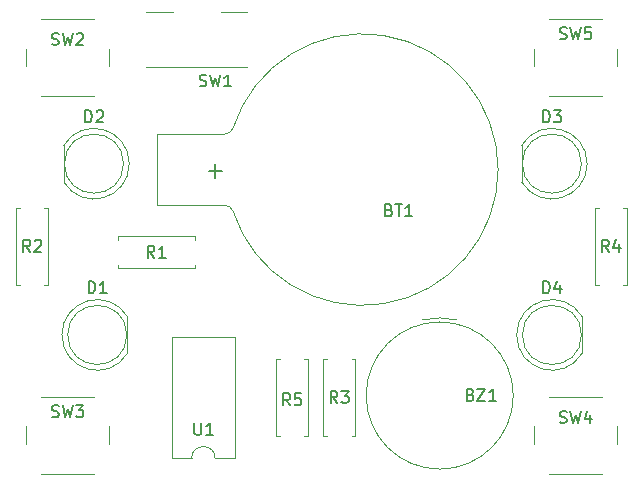
<source format=gto>
G04 #@! TF.GenerationSoftware,KiCad,Pcbnew,8.0.2*
G04 #@! TF.CreationDate,2024-05-03T14:22:56+02:00*
G04 #@! TF.ProjectId,Simon elab V2,53696d6f-6e20-4656-9c61-622056322e6b,rev?*
G04 #@! TF.SameCoordinates,Original*
G04 #@! TF.FileFunction,Legend,Top*
G04 #@! TF.FilePolarity,Positive*
%FSLAX46Y46*%
G04 Gerber Fmt 4.6, Leading zero omitted, Abs format (unit mm)*
G04 Created by KiCad (PCBNEW 8.0.2) date 2024-05-03 14:22:56*
%MOMM*%
%LPD*%
G01*
G04 APERTURE LIST*
%ADD10C,0.150000*%
%ADD11C,0.120000*%
%ADD12C,2.000000*%
%ADD13C,1.600000*%
%ADD14O,1.600000X1.600000*%
%ADD15R,1.600000X1.600000*%
%ADD16R,1.800000X1.800000*%
%ADD17C,1.800000*%
%ADD18R,3.000000X3.000000*%
%ADD19C,3.000000*%
%ADD20O,2.200000X3.500000*%
%ADD21R,1.500000X2.500000*%
%ADD22O,1.500000X2.500000*%
%ADD23R,2.000000X2.000000*%
G04 APERTURE END LIST*
D10*
X146666667Y-134907200D02*
X146809524Y-134954819D01*
X146809524Y-134954819D02*
X147047619Y-134954819D01*
X147047619Y-134954819D02*
X147142857Y-134907200D01*
X147142857Y-134907200D02*
X147190476Y-134859580D01*
X147190476Y-134859580D02*
X147238095Y-134764342D01*
X147238095Y-134764342D02*
X147238095Y-134669104D01*
X147238095Y-134669104D02*
X147190476Y-134573866D01*
X147190476Y-134573866D02*
X147142857Y-134526247D01*
X147142857Y-134526247D02*
X147047619Y-134478628D01*
X147047619Y-134478628D02*
X146857143Y-134431009D01*
X146857143Y-134431009D02*
X146761905Y-134383390D01*
X146761905Y-134383390D02*
X146714286Y-134335771D01*
X146714286Y-134335771D02*
X146666667Y-134240533D01*
X146666667Y-134240533D02*
X146666667Y-134145295D01*
X146666667Y-134145295D02*
X146714286Y-134050057D01*
X146714286Y-134050057D02*
X146761905Y-134002438D01*
X146761905Y-134002438D02*
X146857143Y-133954819D01*
X146857143Y-133954819D02*
X147095238Y-133954819D01*
X147095238Y-133954819D02*
X147238095Y-134002438D01*
X147571429Y-133954819D02*
X147809524Y-134954819D01*
X147809524Y-134954819D02*
X148000000Y-134240533D01*
X148000000Y-134240533D02*
X148190476Y-134954819D01*
X148190476Y-134954819D02*
X148428572Y-133954819D01*
X149238095Y-134288152D02*
X149238095Y-134954819D01*
X149000000Y-133907200D02*
X148761905Y-134621485D01*
X148761905Y-134621485D02*
X149380952Y-134621485D01*
X112333333Y-120954819D02*
X112000000Y-120478628D01*
X111761905Y-120954819D02*
X111761905Y-119954819D01*
X111761905Y-119954819D02*
X112142857Y-119954819D01*
X112142857Y-119954819D02*
X112238095Y-120002438D01*
X112238095Y-120002438D02*
X112285714Y-120050057D01*
X112285714Y-120050057D02*
X112333333Y-120145295D01*
X112333333Y-120145295D02*
X112333333Y-120288152D01*
X112333333Y-120288152D02*
X112285714Y-120383390D01*
X112285714Y-120383390D02*
X112238095Y-120431009D01*
X112238095Y-120431009D02*
X112142857Y-120478628D01*
X112142857Y-120478628D02*
X111761905Y-120478628D01*
X113285714Y-120954819D02*
X112714286Y-120954819D01*
X113000000Y-120954819D02*
X113000000Y-119954819D01*
X113000000Y-119954819D02*
X112904762Y-120097676D01*
X112904762Y-120097676D02*
X112809524Y-120192914D01*
X112809524Y-120192914D02*
X112714286Y-120240533D01*
X115728095Y-134954819D02*
X115728095Y-135764342D01*
X115728095Y-135764342D02*
X115775714Y-135859580D01*
X115775714Y-135859580D02*
X115823333Y-135907200D01*
X115823333Y-135907200D02*
X115918571Y-135954819D01*
X115918571Y-135954819D02*
X116109047Y-135954819D01*
X116109047Y-135954819D02*
X116204285Y-135907200D01*
X116204285Y-135907200D02*
X116251904Y-135859580D01*
X116251904Y-135859580D02*
X116299523Y-135764342D01*
X116299523Y-135764342D02*
X116299523Y-134954819D01*
X117299523Y-135954819D02*
X116728095Y-135954819D01*
X117013809Y-135954819D02*
X117013809Y-134954819D01*
X117013809Y-134954819D02*
X116918571Y-135097676D01*
X116918571Y-135097676D02*
X116823333Y-135192914D01*
X116823333Y-135192914D02*
X116728095Y-135240533D01*
X127833333Y-133264819D02*
X127500000Y-132788628D01*
X127261905Y-133264819D02*
X127261905Y-132264819D01*
X127261905Y-132264819D02*
X127642857Y-132264819D01*
X127642857Y-132264819D02*
X127738095Y-132312438D01*
X127738095Y-132312438D02*
X127785714Y-132360057D01*
X127785714Y-132360057D02*
X127833333Y-132455295D01*
X127833333Y-132455295D02*
X127833333Y-132598152D01*
X127833333Y-132598152D02*
X127785714Y-132693390D01*
X127785714Y-132693390D02*
X127738095Y-132741009D01*
X127738095Y-132741009D02*
X127642857Y-132788628D01*
X127642857Y-132788628D02*
X127261905Y-132788628D01*
X128166667Y-132264819D02*
X128785714Y-132264819D01*
X128785714Y-132264819D02*
X128452381Y-132645771D01*
X128452381Y-132645771D02*
X128595238Y-132645771D01*
X128595238Y-132645771D02*
X128690476Y-132693390D01*
X128690476Y-132693390D02*
X128738095Y-132741009D01*
X128738095Y-132741009D02*
X128785714Y-132836247D01*
X128785714Y-132836247D02*
X128785714Y-133074342D01*
X128785714Y-133074342D02*
X128738095Y-133169580D01*
X128738095Y-133169580D02*
X128690476Y-133217200D01*
X128690476Y-133217200D02*
X128595238Y-133264819D01*
X128595238Y-133264819D02*
X128309524Y-133264819D01*
X128309524Y-133264819D02*
X128214286Y-133217200D01*
X128214286Y-133217200D02*
X128166667Y-133169580D01*
X106766905Y-123954819D02*
X106766905Y-122954819D01*
X106766905Y-122954819D02*
X107005000Y-122954819D01*
X107005000Y-122954819D02*
X107147857Y-123002438D01*
X107147857Y-123002438D02*
X107243095Y-123097676D01*
X107243095Y-123097676D02*
X107290714Y-123192914D01*
X107290714Y-123192914D02*
X107338333Y-123383390D01*
X107338333Y-123383390D02*
X107338333Y-123526247D01*
X107338333Y-123526247D02*
X107290714Y-123716723D01*
X107290714Y-123716723D02*
X107243095Y-123811961D01*
X107243095Y-123811961D02*
X107147857Y-123907200D01*
X107147857Y-123907200D02*
X107005000Y-123954819D01*
X107005000Y-123954819D02*
X106766905Y-123954819D01*
X108290714Y-123954819D02*
X107719286Y-123954819D01*
X108005000Y-123954819D02*
X108005000Y-122954819D01*
X108005000Y-122954819D02*
X107909762Y-123097676D01*
X107909762Y-123097676D02*
X107814524Y-123192914D01*
X107814524Y-123192914D02*
X107719286Y-123240533D01*
X146666667Y-102407200D02*
X146809524Y-102454819D01*
X146809524Y-102454819D02*
X147047619Y-102454819D01*
X147047619Y-102454819D02*
X147142857Y-102407200D01*
X147142857Y-102407200D02*
X147190476Y-102359580D01*
X147190476Y-102359580D02*
X147238095Y-102264342D01*
X147238095Y-102264342D02*
X147238095Y-102169104D01*
X147238095Y-102169104D02*
X147190476Y-102073866D01*
X147190476Y-102073866D02*
X147142857Y-102026247D01*
X147142857Y-102026247D02*
X147047619Y-101978628D01*
X147047619Y-101978628D02*
X146857143Y-101931009D01*
X146857143Y-101931009D02*
X146761905Y-101883390D01*
X146761905Y-101883390D02*
X146714286Y-101835771D01*
X146714286Y-101835771D02*
X146666667Y-101740533D01*
X146666667Y-101740533D02*
X146666667Y-101645295D01*
X146666667Y-101645295D02*
X146714286Y-101550057D01*
X146714286Y-101550057D02*
X146761905Y-101502438D01*
X146761905Y-101502438D02*
X146857143Y-101454819D01*
X146857143Y-101454819D02*
X147095238Y-101454819D01*
X147095238Y-101454819D02*
X147238095Y-101502438D01*
X147571429Y-101454819D02*
X147809524Y-102454819D01*
X147809524Y-102454819D02*
X148000000Y-101740533D01*
X148000000Y-101740533D02*
X148190476Y-102454819D01*
X148190476Y-102454819D02*
X148428572Y-101454819D01*
X149285714Y-101454819D02*
X148809524Y-101454819D01*
X148809524Y-101454819D02*
X148761905Y-101931009D01*
X148761905Y-101931009D02*
X148809524Y-101883390D01*
X148809524Y-101883390D02*
X148904762Y-101835771D01*
X148904762Y-101835771D02*
X149142857Y-101835771D01*
X149142857Y-101835771D02*
X149238095Y-101883390D01*
X149238095Y-101883390D02*
X149285714Y-101931009D01*
X149285714Y-101931009D02*
X149333333Y-102026247D01*
X149333333Y-102026247D02*
X149333333Y-102264342D01*
X149333333Y-102264342D02*
X149285714Y-102359580D01*
X149285714Y-102359580D02*
X149238095Y-102407200D01*
X149238095Y-102407200D02*
X149142857Y-102454819D01*
X149142857Y-102454819D02*
X148904762Y-102454819D01*
X148904762Y-102454819D02*
X148809524Y-102407200D01*
X148809524Y-102407200D02*
X148761905Y-102359580D01*
X145256905Y-109494819D02*
X145256905Y-108494819D01*
X145256905Y-108494819D02*
X145495000Y-108494819D01*
X145495000Y-108494819D02*
X145637857Y-108542438D01*
X145637857Y-108542438D02*
X145733095Y-108637676D01*
X145733095Y-108637676D02*
X145780714Y-108732914D01*
X145780714Y-108732914D02*
X145828333Y-108923390D01*
X145828333Y-108923390D02*
X145828333Y-109066247D01*
X145828333Y-109066247D02*
X145780714Y-109256723D01*
X145780714Y-109256723D02*
X145733095Y-109351961D01*
X145733095Y-109351961D02*
X145637857Y-109447200D01*
X145637857Y-109447200D02*
X145495000Y-109494819D01*
X145495000Y-109494819D02*
X145256905Y-109494819D01*
X146161667Y-108494819D02*
X146780714Y-108494819D01*
X146780714Y-108494819D02*
X146447381Y-108875771D01*
X146447381Y-108875771D02*
X146590238Y-108875771D01*
X146590238Y-108875771D02*
X146685476Y-108923390D01*
X146685476Y-108923390D02*
X146733095Y-108971009D01*
X146733095Y-108971009D02*
X146780714Y-109066247D01*
X146780714Y-109066247D02*
X146780714Y-109304342D01*
X146780714Y-109304342D02*
X146733095Y-109399580D01*
X146733095Y-109399580D02*
X146685476Y-109447200D01*
X146685476Y-109447200D02*
X146590238Y-109494819D01*
X146590238Y-109494819D02*
X146304524Y-109494819D01*
X146304524Y-109494819D02*
X146209286Y-109447200D01*
X146209286Y-109447200D02*
X146161667Y-109399580D01*
X103666667Y-102907200D02*
X103809524Y-102954819D01*
X103809524Y-102954819D02*
X104047619Y-102954819D01*
X104047619Y-102954819D02*
X104142857Y-102907200D01*
X104142857Y-102907200D02*
X104190476Y-102859580D01*
X104190476Y-102859580D02*
X104238095Y-102764342D01*
X104238095Y-102764342D02*
X104238095Y-102669104D01*
X104238095Y-102669104D02*
X104190476Y-102573866D01*
X104190476Y-102573866D02*
X104142857Y-102526247D01*
X104142857Y-102526247D02*
X104047619Y-102478628D01*
X104047619Y-102478628D02*
X103857143Y-102431009D01*
X103857143Y-102431009D02*
X103761905Y-102383390D01*
X103761905Y-102383390D02*
X103714286Y-102335771D01*
X103714286Y-102335771D02*
X103666667Y-102240533D01*
X103666667Y-102240533D02*
X103666667Y-102145295D01*
X103666667Y-102145295D02*
X103714286Y-102050057D01*
X103714286Y-102050057D02*
X103761905Y-102002438D01*
X103761905Y-102002438D02*
X103857143Y-101954819D01*
X103857143Y-101954819D02*
X104095238Y-101954819D01*
X104095238Y-101954819D02*
X104238095Y-102002438D01*
X104571429Y-101954819D02*
X104809524Y-102954819D01*
X104809524Y-102954819D02*
X105000000Y-102240533D01*
X105000000Y-102240533D02*
X105190476Y-102954819D01*
X105190476Y-102954819D02*
X105428572Y-101954819D01*
X105761905Y-102050057D02*
X105809524Y-102002438D01*
X105809524Y-102002438D02*
X105904762Y-101954819D01*
X105904762Y-101954819D02*
X106142857Y-101954819D01*
X106142857Y-101954819D02*
X106238095Y-102002438D01*
X106238095Y-102002438D02*
X106285714Y-102050057D01*
X106285714Y-102050057D02*
X106333333Y-102145295D01*
X106333333Y-102145295D02*
X106333333Y-102240533D01*
X106333333Y-102240533D02*
X106285714Y-102383390D01*
X106285714Y-102383390D02*
X105714286Y-102954819D01*
X105714286Y-102954819D02*
X106333333Y-102954819D01*
X103666667Y-134407200D02*
X103809524Y-134454819D01*
X103809524Y-134454819D02*
X104047619Y-134454819D01*
X104047619Y-134454819D02*
X104142857Y-134407200D01*
X104142857Y-134407200D02*
X104190476Y-134359580D01*
X104190476Y-134359580D02*
X104238095Y-134264342D01*
X104238095Y-134264342D02*
X104238095Y-134169104D01*
X104238095Y-134169104D02*
X104190476Y-134073866D01*
X104190476Y-134073866D02*
X104142857Y-134026247D01*
X104142857Y-134026247D02*
X104047619Y-133978628D01*
X104047619Y-133978628D02*
X103857143Y-133931009D01*
X103857143Y-133931009D02*
X103761905Y-133883390D01*
X103761905Y-133883390D02*
X103714286Y-133835771D01*
X103714286Y-133835771D02*
X103666667Y-133740533D01*
X103666667Y-133740533D02*
X103666667Y-133645295D01*
X103666667Y-133645295D02*
X103714286Y-133550057D01*
X103714286Y-133550057D02*
X103761905Y-133502438D01*
X103761905Y-133502438D02*
X103857143Y-133454819D01*
X103857143Y-133454819D02*
X104095238Y-133454819D01*
X104095238Y-133454819D02*
X104238095Y-133502438D01*
X104571429Y-133454819D02*
X104809524Y-134454819D01*
X104809524Y-134454819D02*
X105000000Y-133740533D01*
X105000000Y-133740533D02*
X105190476Y-134454819D01*
X105190476Y-134454819D02*
X105428572Y-133454819D01*
X105714286Y-133454819D02*
X106333333Y-133454819D01*
X106333333Y-133454819D02*
X106000000Y-133835771D01*
X106000000Y-133835771D02*
X106142857Y-133835771D01*
X106142857Y-133835771D02*
X106238095Y-133883390D01*
X106238095Y-133883390D02*
X106285714Y-133931009D01*
X106285714Y-133931009D02*
X106333333Y-134026247D01*
X106333333Y-134026247D02*
X106333333Y-134264342D01*
X106333333Y-134264342D02*
X106285714Y-134359580D01*
X106285714Y-134359580D02*
X106238095Y-134407200D01*
X106238095Y-134407200D02*
X106142857Y-134454819D01*
X106142857Y-134454819D02*
X105857143Y-134454819D01*
X105857143Y-134454819D02*
X105761905Y-134407200D01*
X105761905Y-134407200D02*
X105714286Y-134359580D01*
X145261905Y-123954819D02*
X145261905Y-122954819D01*
X145261905Y-122954819D02*
X145500000Y-122954819D01*
X145500000Y-122954819D02*
X145642857Y-123002438D01*
X145642857Y-123002438D02*
X145738095Y-123097676D01*
X145738095Y-123097676D02*
X145785714Y-123192914D01*
X145785714Y-123192914D02*
X145833333Y-123383390D01*
X145833333Y-123383390D02*
X145833333Y-123526247D01*
X145833333Y-123526247D02*
X145785714Y-123716723D01*
X145785714Y-123716723D02*
X145738095Y-123811961D01*
X145738095Y-123811961D02*
X145642857Y-123907200D01*
X145642857Y-123907200D02*
X145500000Y-123954819D01*
X145500000Y-123954819D02*
X145261905Y-123954819D01*
X146690476Y-123288152D02*
X146690476Y-123954819D01*
X146452381Y-122907200D02*
X146214286Y-123621485D01*
X146214286Y-123621485D02*
X146833333Y-123621485D01*
X150833333Y-120454819D02*
X150500000Y-119978628D01*
X150261905Y-120454819D02*
X150261905Y-119454819D01*
X150261905Y-119454819D02*
X150642857Y-119454819D01*
X150642857Y-119454819D02*
X150738095Y-119502438D01*
X150738095Y-119502438D02*
X150785714Y-119550057D01*
X150785714Y-119550057D02*
X150833333Y-119645295D01*
X150833333Y-119645295D02*
X150833333Y-119788152D01*
X150833333Y-119788152D02*
X150785714Y-119883390D01*
X150785714Y-119883390D02*
X150738095Y-119931009D01*
X150738095Y-119931009D02*
X150642857Y-119978628D01*
X150642857Y-119978628D02*
X150261905Y-119978628D01*
X151690476Y-119788152D02*
X151690476Y-120454819D01*
X151452381Y-119407200D02*
X151214286Y-120121485D01*
X151214286Y-120121485D02*
X151833333Y-120121485D01*
X132214285Y-116931009D02*
X132357142Y-116978628D01*
X132357142Y-116978628D02*
X132404761Y-117026247D01*
X132404761Y-117026247D02*
X132452380Y-117121485D01*
X132452380Y-117121485D02*
X132452380Y-117264342D01*
X132452380Y-117264342D02*
X132404761Y-117359580D01*
X132404761Y-117359580D02*
X132357142Y-117407200D01*
X132357142Y-117407200D02*
X132261904Y-117454819D01*
X132261904Y-117454819D02*
X131880952Y-117454819D01*
X131880952Y-117454819D02*
X131880952Y-116454819D01*
X131880952Y-116454819D02*
X132214285Y-116454819D01*
X132214285Y-116454819D02*
X132309523Y-116502438D01*
X132309523Y-116502438D02*
X132357142Y-116550057D01*
X132357142Y-116550057D02*
X132404761Y-116645295D01*
X132404761Y-116645295D02*
X132404761Y-116740533D01*
X132404761Y-116740533D02*
X132357142Y-116835771D01*
X132357142Y-116835771D02*
X132309523Y-116883390D01*
X132309523Y-116883390D02*
X132214285Y-116931009D01*
X132214285Y-116931009D02*
X131880952Y-116931009D01*
X132738095Y-116454819D02*
X133309523Y-116454819D01*
X133023809Y-117454819D02*
X133023809Y-116454819D01*
X134166666Y-117454819D02*
X133595238Y-117454819D01*
X133880952Y-117454819D02*
X133880952Y-116454819D01*
X133880952Y-116454819D02*
X133785714Y-116597676D01*
X133785714Y-116597676D02*
X133690476Y-116692914D01*
X133690476Y-116692914D02*
X133595238Y-116740533D01*
X116928571Y-113614699D02*
X118071429Y-113614699D01*
X117500000Y-114186127D02*
X117500000Y-113043270D01*
X106491905Y-109494819D02*
X106491905Y-108494819D01*
X106491905Y-108494819D02*
X106730000Y-108494819D01*
X106730000Y-108494819D02*
X106872857Y-108542438D01*
X106872857Y-108542438D02*
X106968095Y-108637676D01*
X106968095Y-108637676D02*
X107015714Y-108732914D01*
X107015714Y-108732914D02*
X107063333Y-108923390D01*
X107063333Y-108923390D02*
X107063333Y-109066247D01*
X107063333Y-109066247D02*
X107015714Y-109256723D01*
X107015714Y-109256723D02*
X106968095Y-109351961D01*
X106968095Y-109351961D02*
X106872857Y-109447200D01*
X106872857Y-109447200D02*
X106730000Y-109494819D01*
X106730000Y-109494819D02*
X106491905Y-109494819D01*
X107444286Y-108590057D02*
X107491905Y-108542438D01*
X107491905Y-108542438D02*
X107587143Y-108494819D01*
X107587143Y-108494819D02*
X107825238Y-108494819D01*
X107825238Y-108494819D02*
X107920476Y-108542438D01*
X107920476Y-108542438D02*
X107968095Y-108590057D01*
X107968095Y-108590057D02*
X108015714Y-108685295D01*
X108015714Y-108685295D02*
X108015714Y-108780533D01*
X108015714Y-108780533D02*
X107968095Y-108923390D01*
X107968095Y-108923390D02*
X107396667Y-109494819D01*
X107396667Y-109494819D02*
X108015714Y-109494819D01*
X116166667Y-106407200D02*
X116309524Y-106454819D01*
X116309524Y-106454819D02*
X116547619Y-106454819D01*
X116547619Y-106454819D02*
X116642857Y-106407200D01*
X116642857Y-106407200D02*
X116690476Y-106359580D01*
X116690476Y-106359580D02*
X116738095Y-106264342D01*
X116738095Y-106264342D02*
X116738095Y-106169104D01*
X116738095Y-106169104D02*
X116690476Y-106073866D01*
X116690476Y-106073866D02*
X116642857Y-106026247D01*
X116642857Y-106026247D02*
X116547619Y-105978628D01*
X116547619Y-105978628D02*
X116357143Y-105931009D01*
X116357143Y-105931009D02*
X116261905Y-105883390D01*
X116261905Y-105883390D02*
X116214286Y-105835771D01*
X116214286Y-105835771D02*
X116166667Y-105740533D01*
X116166667Y-105740533D02*
X116166667Y-105645295D01*
X116166667Y-105645295D02*
X116214286Y-105550057D01*
X116214286Y-105550057D02*
X116261905Y-105502438D01*
X116261905Y-105502438D02*
X116357143Y-105454819D01*
X116357143Y-105454819D02*
X116595238Y-105454819D01*
X116595238Y-105454819D02*
X116738095Y-105502438D01*
X117071429Y-105454819D02*
X117309524Y-106454819D01*
X117309524Y-106454819D02*
X117500000Y-105740533D01*
X117500000Y-105740533D02*
X117690476Y-106454819D01*
X117690476Y-106454819D02*
X117928572Y-105454819D01*
X118833333Y-106454819D02*
X118261905Y-106454819D01*
X118547619Y-106454819D02*
X118547619Y-105454819D01*
X118547619Y-105454819D02*
X118452381Y-105597676D01*
X118452381Y-105597676D02*
X118357143Y-105692914D01*
X118357143Y-105692914D02*
X118261905Y-105740533D01*
X101833333Y-120454819D02*
X101500000Y-119978628D01*
X101261905Y-120454819D02*
X101261905Y-119454819D01*
X101261905Y-119454819D02*
X101642857Y-119454819D01*
X101642857Y-119454819D02*
X101738095Y-119502438D01*
X101738095Y-119502438D02*
X101785714Y-119550057D01*
X101785714Y-119550057D02*
X101833333Y-119645295D01*
X101833333Y-119645295D02*
X101833333Y-119788152D01*
X101833333Y-119788152D02*
X101785714Y-119883390D01*
X101785714Y-119883390D02*
X101738095Y-119931009D01*
X101738095Y-119931009D02*
X101642857Y-119978628D01*
X101642857Y-119978628D02*
X101261905Y-119978628D01*
X102214286Y-119550057D02*
X102261905Y-119502438D01*
X102261905Y-119502438D02*
X102357143Y-119454819D01*
X102357143Y-119454819D02*
X102595238Y-119454819D01*
X102595238Y-119454819D02*
X102690476Y-119502438D01*
X102690476Y-119502438D02*
X102738095Y-119550057D01*
X102738095Y-119550057D02*
X102785714Y-119645295D01*
X102785714Y-119645295D02*
X102785714Y-119740533D01*
X102785714Y-119740533D02*
X102738095Y-119883390D01*
X102738095Y-119883390D02*
X102166667Y-120454819D01*
X102166667Y-120454819D02*
X102785714Y-120454819D01*
X123833333Y-133454819D02*
X123500000Y-132978628D01*
X123261905Y-133454819D02*
X123261905Y-132454819D01*
X123261905Y-132454819D02*
X123642857Y-132454819D01*
X123642857Y-132454819D02*
X123738095Y-132502438D01*
X123738095Y-132502438D02*
X123785714Y-132550057D01*
X123785714Y-132550057D02*
X123833333Y-132645295D01*
X123833333Y-132645295D02*
X123833333Y-132788152D01*
X123833333Y-132788152D02*
X123785714Y-132883390D01*
X123785714Y-132883390D02*
X123738095Y-132931009D01*
X123738095Y-132931009D02*
X123642857Y-132978628D01*
X123642857Y-132978628D02*
X123261905Y-132978628D01*
X124738095Y-132454819D02*
X124261905Y-132454819D01*
X124261905Y-132454819D02*
X124214286Y-132931009D01*
X124214286Y-132931009D02*
X124261905Y-132883390D01*
X124261905Y-132883390D02*
X124357143Y-132835771D01*
X124357143Y-132835771D02*
X124595238Y-132835771D01*
X124595238Y-132835771D02*
X124690476Y-132883390D01*
X124690476Y-132883390D02*
X124738095Y-132931009D01*
X124738095Y-132931009D02*
X124785714Y-133026247D01*
X124785714Y-133026247D02*
X124785714Y-133264342D01*
X124785714Y-133264342D02*
X124738095Y-133359580D01*
X124738095Y-133359580D02*
X124690476Y-133407200D01*
X124690476Y-133407200D02*
X124595238Y-133454819D01*
X124595238Y-133454819D02*
X124357143Y-133454819D01*
X124357143Y-133454819D02*
X124261905Y-133407200D01*
X124261905Y-133407200D02*
X124214286Y-133359580D01*
X139119047Y-132560224D02*
X139261904Y-132607843D01*
X139261904Y-132607843D02*
X139309523Y-132655462D01*
X139309523Y-132655462D02*
X139357142Y-132750700D01*
X139357142Y-132750700D02*
X139357142Y-132893557D01*
X139357142Y-132893557D02*
X139309523Y-132988795D01*
X139309523Y-132988795D02*
X139261904Y-133036415D01*
X139261904Y-133036415D02*
X139166666Y-133084034D01*
X139166666Y-133084034D02*
X138785714Y-133084034D01*
X138785714Y-133084034D02*
X138785714Y-132084034D01*
X138785714Y-132084034D02*
X139119047Y-132084034D01*
X139119047Y-132084034D02*
X139214285Y-132131653D01*
X139214285Y-132131653D02*
X139261904Y-132179272D01*
X139261904Y-132179272D02*
X139309523Y-132274510D01*
X139309523Y-132274510D02*
X139309523Y-132369748D01*
X139309523Y-132369748D02*
X139261904Y-132464986D01*
X139261904Y-132464986D02*
X139214285Y-132512605D01*
X139214285Y-132512605D02*
X139119047Y-132560224D01*
X139119047Y-132560224D02*
X138785714Y-132560224D01*
X139690476Y-132084034D02*
X140357142Y-132084034D01*
X140357142Y-132084034D02*
X139690476Y-133084034D01*
X139690476Y-133084034D02*
X140357142Y-133084034D01*
X141261904Y-133084034D02*
X140690476Y-133084034D01*
X140976190Y-133084034D02*
X140976190Y-132084034D01*
X140976190Y-132084034D02*
X140880952Y-132226891D01*
X140880952Y-132226891D02*
X140785714Y-132322129D01*
X140785714Y-132322129D02*
X140690476Y-132369748D01*
D11*
X144500000Y-135250000D02*
X144500000Y-136750000D01*
X145750000Y-139250000D02*
X150250000Y-139250000D01*
X150250000Y-132750000D02*
X145750000Y-132750000D01*
X151500000Y-136750000D02*
X151500000Y-135250000D01*
X109230000Y-119130000D02*
X109230000Y-119460000D01*
X109230000Y-121870000D02*
X109230000Y-121540000D01*
X115770000Y-119130000D02*
X109230000Y-119130000D01*
X115770000Y-119460000D02*
X115770000Y-119130000D01*
X115770000Y-121540000D02*
X115770000Y-121870000D01*
X115770000Y-121870000D02*
X109230000Y-121870000D01*
X113840000Y-127670000D02*
X113840000Y-137950000D01*
X113840000Y-137950000D02*
X115490000Y-137950000D01*
X117490000Y-137950000D02*
X119140000Y-137950000D01*
X119140000Y-127670000D02*
X113840000Y-127670000D01*
X119140000Y-137950000D02*
X119140000Y-127670000D01*
X115490000Y-137950000D02*
G75*
G02*
X117490000Y-137950000I1000000J0D01*
G01*
X126630000Y-129540000D02*
X126960000Y-129540000D01*
X126630000Y-136080000D02*
X126630000Y-129540000D01*
X126960000Y-136080000D02*
X126630000Y-136080000D01*
X129040000Y-136080000D02*
X129370000Y-136080000D01*
X129370000Y-129540000D02*
X129040000Y-129540000D01*
X129370000Y-136080000D02*
X129370000Y-129540000D01*
X110065000Y-129045000D02*
X110065000Y-125955000D01*
X104515000Y-127500462D02*
G75*
G02*
X110065000Y-125955170I2990000J462D01*
G01*
X110065000Y-129044830D02*
G75*
G02*
X104515000Y-127499538I-2560000J1544830D01*
G01*
X110005000Y-127500000D02*
G75*
G02*
X105005000Y-127500000I-2500000J0D01*
G01*
X105005000Y-127500000D02*
G75*
G02*
X110005000Y-127500000I2500000J0D01*
G01*
X144500000Y-103250000D02*
X144500000Y-104750000D01*
X145750000Y-107250000D02*
X150250000Y-107250000D01*
X150250000Y-100750000D02*
X145750000Y-100750000D01*
X151500000Y-104750000D02*
X151500000Y-103250000D01*
X143435000Y-111455000D02*
X143435000Y-114545000D01*
X143435000Y-111455170D02*
G75*
G02*
X148985000Y-113000462I2560000J-1544830D01*
G01*
X148985000Y-112999538D02*
G75*
G02*
X143435000Y-114544830I-2990000J-462D01*
G01*
X148495000Y-113000000D02*
G75*
G02*
X143495000Y-113000000I-2500000J0D01*
G01*
X143495000Y-113000000D02*
G75*
G02*
X148495000Y-113000000I2500000J0D01*
G01*
X101500000Y-103250000D02*
X101500000Y-104750000D01*
X102750000Y-107250000D02*
X107250000Y-107250000D01*
X107250000Y-100750000D02*
X102750000Y-100750000D01*
X108500000Y-104750000D02*
X108500000Y-103250000D01*
X101500000Y-135250000D02*
X101500000Y-136750000D01*
X102750000Y-139250000D02*
X107250000Y-139250000D01*
X107250000Y-132750000D02*
X102750000Y-132750000D01*
X108500000Y-136750000D02*
X108500000Y-135250000D01*
X148565000Y-129045000D02*
X148565000Y-125955000D01*
X143015000Y-127500462D02*
G75*
G02*
X148565000Y-125955170I2990000J462D01*
G01*
X148565000Y-129044830D02*
G75*
G02*
X143015000Y-127499538I-2560000J1544830D01*
G01*
X148505000Y-127500000D02*
G75*
G02*
X143505000Y-127500000I-2500000J0D01*
G01*
X143505000Y-127500000D02*
G75*
G02*
X148505000Y-127500000I2500000J0D01*
G01*
X149630000Y-116730000D02*
X149960000Y-116730000D01*
X149630000Y-123270000D02*
X149630000Y-116730000D01*
X149960000Y-123270000D02*
X149630000Y-123270000D01*
X152040000Y-123270000D02*
X152370000Y-123270000D01*
X152370000Y-116730000D02*
X152040000Y-116730000D01*
X152370000Y-123270000D02*
X152370000Y-116730000D01*
X112550000Y-110499999D02*
X118250000Y-110499999D01*
X112550000Y-116499999D02*
X112550000Y-110499999D01*
X112550000Y-116499999D02*
X118250000Y-116499999D01*
X118250000Y-116499999D02*
G75*
G02*
X119000000Y-116999999I0J-812500D01*
G01*
X119000000Y-109999999D02*
G75*
G02*
X118250000Y-110499999I-750000J312500D01*
G01*
X119000000Y-109999999D02*
G75*
G02*
X141445671Y-113499999I10949956J-3499989D01*
G01*
X141445671Y-113499999D02*
G75*
G02*
X119000000Y-116999999I-11495715J-11D01*
G01*
X104670000Y-111455000D02*
X104670000Y-114545000D01*
X104670000Y-111455170D02*
G75*
G02*
X110220000Y-113000462I2560000J-1544830D01*
G01*
X110220000Y-112999538D02*
G75*
G02*
X104670000Y-114544830I-2990000J-462D01*
G01*
X109730000Y-113000000D02*
G75*
G02*
X104730000Y-113000000I-2500000J0D01*
G01*
X104730000Y-113000000D02*
G75*
G02*
X109730000Y-113000000I2500000J0D01*
G01*
X113900000Y-100200000D02*
X111600000Y-100200000D01*
X120200000Y-100200000D02*
X118000000Y-100200000D01*
X120200000Y-104800000D02*
X111600000Y-104800000D01*
X100630000Y-116730000D02*
X100630000Y-123270000D01*
X100630000Y-123270000D02*
X100960000Y-123270000D01*
X100960000Y-116730000D02*
X100630000Y-116730000D01*
X103040000Y-116730000D02*
X103370000Y-116730000D01*
X103370000Y-116730000D02*
X103370000Y-123270000D01*
X103370000Y-123270000D02*
X103040000Y-123270000D01*
X122630000Y-129540000D02*
X122630000Y-136080000D01*
X122630000Y-136080000D02*
X122960000Y-136080000D01*
X122960000Y-129540000D02*
X122630000Y-129540000D01*
X125040000Y-129540000D02*
X125370000Y-129540000D01*
X125370000Y-129540000D02*
X125370000Y-136080000D01*
X125370000Y-136080000D02*
X125040000Y-136080000D01*
X135000001Y-126229215D02*
G75*
G02*
X138000000Y-126229215I1499999J-6400000D01*
G01*
X142730000Y-132629215D02*
G75*
G02*
X130270000Y-132629215I-6230000J0D01*
G01*
X130270000Y-132629215D02*
G75*
G02*
X142730000Y-132629215I6230000J0D01*
G01*
%LPC*%
D12*
X144750000Y-133750000D03*
X151250000Y-133750000D03*
X144750000Y-138250000D03*
X151250000Y-138250000D03*
D13*
X116310000Y-120500000D03*
D14*
X108690000Y-120500000D03*
D15*
X120300000Y-136620000D03*
D14*
X120300000Y-134080000D03*
X120300000Y-131540000D03*
X120300000Y-129000000D03*
X112680000Y-129000000D03*
X112680000Y-131540000D03*
X112680000Y-134080000D03*
X112680000Y-136620000D03*
D13*
X128000000Y-136620000D03*
D14*
X128000000Y-129000000D03*
D16*
X108775000Y-127500000D03*
D17*
X106235000Y-127500000D03*
D12*
X144750000Y-101750000D03*
X151250000Y-101750000D03*
X144750000Y-106250000D03*
X151250000Y-106250000D03*
D16*
X144725000Y-113000000D03*
D17*
X147265000Y-113000000D03*
D12*
X101750000Y-101750000D03*
X108250000Y-101750000D03*
X101750000Y-106250000D03*
X108250000Y-106250000D03*
X101750000Y-133750000D03*
X108250000Y-133750000D03*
X101750000Y-138250000D03*
X108250000Y-138250000D03*
D16*
X147275000Y-127500000D03*
D17*
X144735000Y-127500000D03*
D13*
X151000000Y-123810000D03*
D14*
X151000000Y-116190000D03*
D18*
X114750000Y-113499999D03*
D19*
X135240000Y-113499999D03*
D16*
X105960000Y-113000000D03*
D17*
X108500000Y-113000000D03*
D20*
X120000000Y-102500000D03*
X111800000Y-102500000D03*
D21*
X117900000Y-102500000D03*
D22*
X115900000Y-102500000D03*
X113900000Y-102500000D03*
D13*
X102000000Y-116190000D03*
D14*
X102000000Y-123810000D03*
D13*
X124000000Y-129000000D03*
D14*
X124000000Y-136620000D03*
D23*
X136500000Y-130129215D03*
D12*
X136500000Y-135129215D03*
%LPD*%
M02*

</source>
